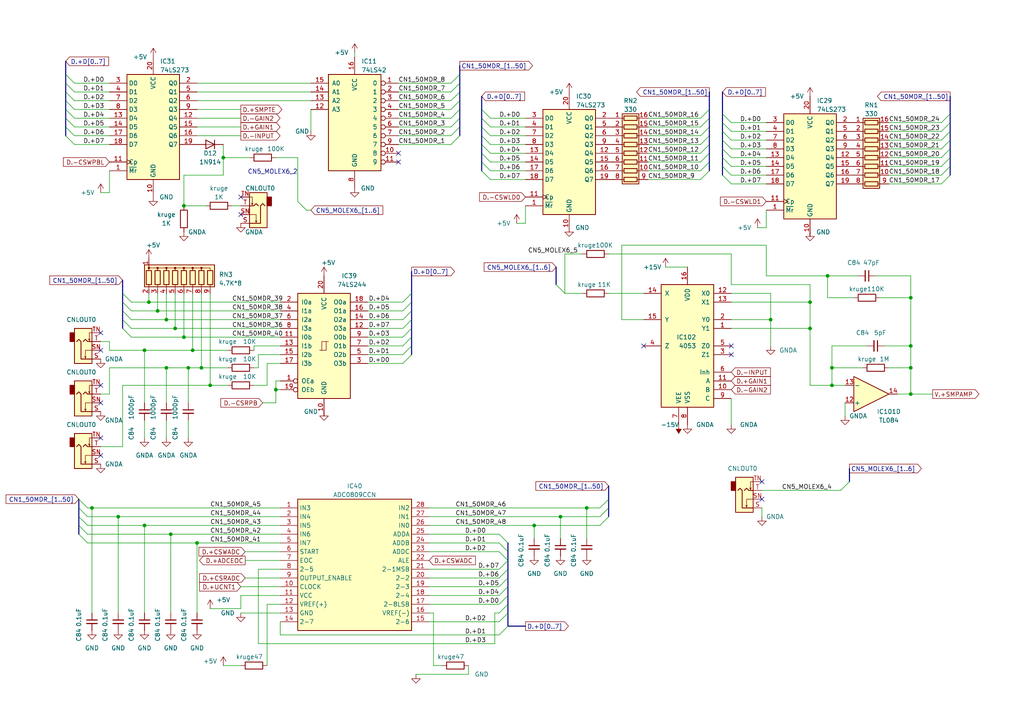
<source format=kicad_sch>
(kicad_sch (version 20230121) (generator eeschema)
  (paper "A4")
  (junction (at 55.88 101.6))
  (junction (at 57.15 157.48))
  (junction (at 223.52 92.71))
  (junction (at 80.01 113.03))
  (junction (at 241.3 111.76))
  (junction (at 41.91 101.6))
  (junction (at 64.77 45.72))
  (junction (at 50.8 95.25))
  (junction (at 26.67 147.32))
  (junction (at 162.56 149.86))
  (junction (at 53.34 59.69))
  (junction (at 48.26 92.71))
  (junction (at 60.96 111.76))
  (junction (at 264.16 86.36))
  (junction (at 170.18 147.32))
  (junction (at 58.42 106.68))
  (junction (at 234.95 87.63))
  (junction (at 43.18 87.63))
  (junction (at 48.26 106.68))
  (junction (at 241.3 106.68))
  (junction (at 264.16 100.33))
  (junction (at 264.16 114.3))
  (junction (at 41.91 152.4))
  (junction (at 264.16 106.68))
  (junction (at 45.72 90.17))
  (junction (at 234.95 95.25))
  (junction (at 53.34 97.79))
  (junction (at 54.61 106.68))
  (junction (at 49.53 154.94))
  (junction (at 240.03 80.01))
  (junction (at 34.29 149.86))
  (junction (at 154.94 152.4))
  (no_connect (at 115.57 44.45))
  (no_connect (at 186.69 100.33))
  (no_connect (at 69.85 57.15))
  (no_connect (at 220.98 144.78))
  (no_connect (at 29.21 101.6))
  (no_connect (at 69.85 62.23))
  (no_connect (at 29.21 96.52))
  (no_connect (at 29.21 132.08))
  (no_connect (at 212.09 100.33))
  (no_connect (at 29.21 111.76))
  (no_connect (at 29.21 116.84))
  (no_connect (at 220.98 139.7))
  (no_connect (at 29.21 127))
  (no_connect (at 115.57 46.99))
  (no_connect (at 212.09 102.87))
  (bus_entry (at 25.4 149.86) (size -2.54 -2.54))
  (bus_entry (at 142.24 46.99) (size -2.54 -2.54))
  (bus_entry (at 130.81 41.91) (size 2.54 -2.54))
  (bus_entry (at 212.09 48.26) (size -2.54 -2.54))
  (bus_entry (at 212.09 45.72) (size -2.54 -2.54))
  (bus_entry (at 273.05 45.72) (size 2.54 -2.54))
  (bus_entry (at 21.59 36.83) (size -2.54 -2.54))
  (bus_entry (at 144.78 177.8) (size 2.54 -2.54))
  (bus_entry (at 203.2 44.45) (size 2.54 -2.54))
  (bus_entry (at 273.05 50.8) (size 2.54 -2.54))
  (bus_entry (at 21.59 24.13) (size -2.54 -2.54))
  (bus_entry (at 130.81 31.75) (size 2.54 -2.54))
  (bus_entry (at 203.2 49.53) (size 2.54 -2.54))
  (bus_entry (at 144.78 175.26) (size 2.54 -2.54))
  (bus_entry (at 144.78 154.94) (size 2.54 2.54))
  (bus_entry (at 144.78 165.1) (size 2.54 -2.54))
  (bus_entry (at 116.84 87.63) (size 2.54 -2.54))
  (bus_entry (at 273.05 38.1) (size 2.54 -2.54))
  (bus_entry (at 212.09 50.8) (size -2.54 -2.54))
  (bus_entry (at 116.84 102.87) (size 2.54 -2.54))
  (bus_entry (at 25.4 157.48) (size -2.54 -2.54))
  (bus_entry (at 130.81 36.83) (size 2.54 -2.54))
  (bus_entry (at 116.84 100.33) (size 2.54 -2.54))
  (bus_entry (at 173.99 147.32) (size 2.54 -2.54))
  (bus_entry (at 203.2 36.83) (size 2.54 -2.54))
  (bus_entry (at 212.09 38.1) (size -2.54 -2.54))
  (bus_entry (at 246.38 139.7) (size -2.54 2.54))
  (bus_entry (at 273.05 40.64) (size 2.54 -2.54))
  (bus_entry (at 273.05 43.18) (size 2.54 -2.54))
  (bus_entry (at 161.29 82.55) (size 2.54 2.54))
  (bus_entry (at 86.36 58.42) (size 2.54 2.54))
  (bus_entry (at 25.4 154.94) (size -2.54 -2.54))
  (bus_entry (at 116.84 105.41) (size 2.54 -2.54))
  (bus_entry (at 21.59 41.91) (size -2.54 -2.54))
  (bus_entry (at 116.84 92.71) (size 2.54 -2.54))
  (bus_entry (at 273.05 35.56) (size 2.54 -2.54))
  (bus_entry (at 142.24 36.83) (size -2.54 -2.54))
  (bus_entry (at 38.1 87.63) (size -2.54 -2.54))
  (bus_entry (at 142.24 52.07) (size -2.54 -2.54))
  (bus_entry (at 25.4 152.4) (size -2.54 -2.54))
  (bus_entry (at 116.84 90.17) (size 2.54 -2.54))
  (bus_entry (at 130.81 29.21) (size 2.54 -2.54))
  (bus_entry (at 142.24 34.29) (size -2.54 -2.54))
  (bus_entry (at 38.1 90.17) (size -2.54 -2.54))
  (bus_entry (at 144.78 184.15) (size 2.54 -2.54))
  (bus_entry (at 38.1 97.79) (size -2.54 -2.54))
  (bus_entry (at 144.78 157.48) (size 2.54 2.54))
  (bus_entry (at 130.81 34.29) (size 2.54 -2.54))
  (bus_entry (at 116.84 97.79) (size 2.54 -2.54))
  (bus_entry (at 38.1 92.71) (size -2.54 -2.54))
  (bus_entry (at 203.2 41.91) (size 2.54 -2.54))
  (bus_entry (at 38.1 95.25) (size -2.54 -2.54))
  (bus_entry (at 144.78 160.02) (size 2.54 2.54))
  (bus_entry (at 212.09 53.34) (size -2.54 -2.54))
  (bus_entry (at 203.2 52.07) (size 2.54 -2.54))
  (bus_entry (at 212.09 40.64) (size -2.54 -2.54))
  (bus_entry (at 144.78 172.72) (size 2.54 -2.54))
  (bus_entry (at 144.78 167.64) (size 2.54 -2.54))
  (bus_entry (at 273.05 48.26) (size 2.54 -2.54))
  (bus_entry (at 203.2 34.29) (size 2.54 -2.54))
  (bus_entry (at 142.24 44.45) (size -2.54 -2.54))
  (bus_entry (at 273.05 53.34) (size 2.54 -2.54))
  (bus_entry (at 142.24 39.37) (size -2.54 -2.54))
  (bus_entry (at 203.2 39.37) (size 2.54 -2.54))
  (bus_entry (at 144.78 180.34) (size 2.54 -2.54))
  (bus_entry (at 21.59 26.67) (size -2.54 -2.54))
  (bus_entry (at 116.84 95.25) (size 2.54 -2.54))
  (bus_entry (at 142.24 41.91) (size -2.54 -2.54))
  (bus_entry (at 21.59 31.75) (size -2.54 -2.54))
  (bus_entry (at 21.59 29.21) (size -2.54 -2.54))
  (bus_entry (at 212.09 35.56) (size -2.54 -2.54))
  (bus_entry (at 130.81 26.67) (size 2.54 -2.54))
  (bus_entry (at 173.99 149.86) (size 2.54 -2.54))
  (bus_entry (at 212.09 43.18) (size -2.54 -2.54))
  (bus_entry (at 144.78 170.18) (size 2.54 -2.54))
  (bus_entry (at 21.59 34.29) (size -2.54 -2.54))
  (bus_entry (at 203.2 46.99) (size 2.54 -2.54))
  (bus_entry (at 25.4 147.32) (size -2.54 -2.54))
  (bus_entry (at 130.81 39.37) (size 2.54 -2.54))
  (bus_entry (at 173.99 152.4) (size 2.54 -2.54))
  (bus_entry (at 21.59 39.37) (size -2.54 -2.54))
  (bus_entry (at 142.24 49.53) (size -2.54 -2.54))
  (bus_entry (at 130.81 24.13) (size 2.54 -2.54))
  (wire (pts (xy 234.95 87.63) (xy 234.95 82.55)))
  (bus (pts (xy 176.53 147.32) (xy 176.53 149.86)))
  (wire (pts (xy 124.46 177.8) (xy 125.73 177.8)))
  (wire (pts (xy 43.18 87.63) (xy 81.28 87.63)))
  (bus (pts (xy 147.32 175.26) (xy 147.32 177.8)))
  (wire (pts (xy 48.26 106.68) (xy 31.75 106.68)))
  (wire (pts (xy 257.81 43.18) (xy 273.05 43.18)))
  (wire (pts (xy 142.24 46.99) (xy 152.4 46.99)))
  (bus (pts (xy 35.56 81.28) (xy 35.56 85.09)))
  (wire (pts (xy 48.26 106.68) (xy 48.26 116.84)))
  (wire (pts (xy 54.61 121.92) (xy 54.61 127)))
  (wire (pts (xy 31.75 106.68) (xy 31.75 114.3)))
  (bus (pts (xy 133.35 24.13) (xy 133.35 26.67)))
  (wire (pts (xy 124.46 157.48) (xy 144.78 157.48)))
  (wire (pts (xy 86.36 45.72) (xy 86.36 58.42)))
  (bus (pts (xy 209.55 40.64) (xy 209.55 43.18)))
  (wire (pts (xy 187.96 49.53) (xy 203.2 49.53)))
  (wire (pts (xy 187.96 44.45) (xy 203.2 44.45)))
  (bus (pts (xy 209.55 45.72) (xy 209.55 48.26)))
  (wire (pts (xy 163.83 85.09) (xy 168.91 85.09)))
  (bus (pts (xy 119.38 92.71) (xy 119.38 95.25)))
  (wire (pts (xy 124.46 180.34) (xy 144.78 180.34)))
  (bus (pts (xy 119.38 97.79) (xy 119.38 100.33)))
  (wire (pts (xy 222.25 60.96) (xy 222.25 66.04)))
  (wire (pts (xy 212.09 95.25) (xy 234.95 95.25)))
  (bus (pts (xy 205.74 39.37) (xy 205.74 41.91)))
  (wire (pts (xy 80.01 110.49) (xy 81.28 110.49)))
  (wire (pts (xy 222.25 71.12) (xy 222.25 80.01)))
  (wire (pts (xy 116.84 92.71) (xy 106.68 92.71)))
  (bus (pts (xy 209.55 35.56) (xy 209.55 38.1)))
  (wire (pts (xy 124.46 154.94) (xy 144.78 154.94)))
  (wire (pts (xy 88.9 60.96) (xy 90.17 60.96)))
  (wire (pts (xy 115.57 24.13) (xy 130.81 24.13)))
  (wire (pts (xy 64.77 45.72) (xy 64.77 50.8)))
  (bus (pts (xy 119.38 100.33) (xy 119.38 102.87)))
  (bus (pts (xy 275.59 40.64) (xy 275.59 43.18)))
  (wire (pts (xy 256.54 100.33) (xy 264.16 100.33)))
  (wire (pts (xy 241.3 100.33) (xy 251.46 100.33)))
  (wire (pts (xy 116.84 100.33) (xy 106.68 100.33)))
  (wire (pts (xy 116.84 105.41) (xy 106.68 105.41)))
  (wire (pts (xy 212.09 35.56) (xy 222.25 35.56)))
  (wire (pts (xy 38.1 97.79) (xy 53.34 97.79)))
  (wire (pts (xy 162.56 149.86) (xy 173.99 149.86)))
  (bus (pts (xy 22.86 147.32) (xy 22.86 149.86)))
  (wire (pts (xy 124.46 152.4) (xy 154.94 152.4)))
  (bus (pts (xy 176.53 144.78) (xy 176.53 147.32)))
  (wire (pts (xy 71.12 162.56) (xy 81.28 162.56)))
  (wire (pts (xy 264.16 106.68) (xy 264.16 114.3)))
  (wire (pts (xy 264.16 86.36) (xy 264.16 100.33)))
  (bus (pts (xy 139.7 27.94) (xy 139.7 31.75)))
  (wire (pts (xy 125.73 193.04) (xy 128.27 193.04)))
  (bus (pts (xy 147.32 172.72) (xy 147.32 175.26)))
  (wire (pts (xy 163.83 73.66) (xy 163.83 85.09)))
  (wire (pts (xy 142.24 44.45) (xy 152.4 44.45)))
  (wire (pts (xy 41.91 101.6) (xy 41.91 116.84)))
  (wire (pts (xy 35.56 111.76) (xy 60.96 111.76)))
  (wire (pts (xy 257.81 106.68) (xy 264.16 106.68)))
  (wire (pts (xy 38.1 87.63) (xy 43.18 87.63)))
  (wire (pts (xy 74.93 106.68) (xy 74.93 102.87)))
  (wire (pts (xy 21.59 29.21) (xy 31.75 29.21)))
  (bus (pts (xy 152.4 181.61) (xy 147.32 181.61)))
  (wire (pts (xy 186.69 92.71) (xy 180.34 92.71)))
  (bus (pts (xy 119.38 78.74) (xy 119.38 85.09)))
  (wire (pts (xy 115.57 36.83) (xy 130.81 36.83)))
  (bus (pts (xy 205.74 46.99) (xy 205.74 49.53)))
  (wire (pts (xy 124.46 149.86) (xy 162.56 149.86)))
  (wire (pts (xy 241.3 106.68) (xy 241.3 111.76)))
  (wire (pts (xy 77.47 175.26) (xy 77.47 193.04)))
  (wire (pts (xy 115.57 26.67) (xy 130.81 26.67)))
  (wire (pts (xy 57.15 29.21) (xy 90.17 29.21)))
  (bus (pts (xy 19.05 24.13) (xy 19.05 26.67)))
  (wire (pts (xy 102.87 16.51) (xy 102.87 15.24)))
  (wire (pts (xy 59.69 59.69) (xy 53.34 59.69)))
  (bus (pts (xy 35.56 92.71) (xy 35.56 95.25)))
  (wire (pts (xy 116.84 95.25) (xy 106.68 95.25)))
  (wire (pts (xy 53.34 50.8) (xy 64.77 50.8)))
  (wire (pts (xy 69.85 36.83) (xy 57.15 36.83)))
  (wire (pts (xy 241.3 111.76) (xy 245.11 111.76)))
  (wire (pts (xy 21.59 24.13) (xy 31.75 24.13)))
  (wire (pts (xy 124.46 175.26) (xy 144.78 175.26)))
  (wire (pts (xy 240.03 80.01) (xy 248.92 80.01)))
  (wire (pts (xy 212.09 92.71) (xy 223.52 92.71)))
  (bus (pts (xy 139.7 31.75) (xy 139.7 34.29)))
  (wire (pts (xy 77.47 111.76) (xy 77.47 105.41)))
  (bus (pts (xy 147.32 177.8) (xy 147.32 181.61)))
  (wire (pts (xy 115.57 41.91) (xy 130.81 41.91)))
  (wire (pts (xy 21.59 36.83) (xy 31.75 36.83)))
  (wire (pts (xy 222.25 66.04) (xy 219.71 66.04)))
  (wire (pts (xy 255.27 86.36) (xy 264.16 86.36)))
  (wire (pts (xy 143.51 186.69) (xy 143.51 177.8)))
  (wire (pts (xy 193.04 77.47) (xy 199.39 77.47)))
  (wire (pts (xy 257.81 45.72) (xy 273.05 45.72)))
  (wire (pts (xy 260.35 114.3) (xy 264.16 114.3)))
  (bus (pts (xy 176.53 140.97) (xy 176.53 144.78)))
  (wire (pts (xy 80.01 116.84) (xy 80.01 113.03)))
  (wire (pts (xy 60.96 111.76) (xy 66.04 111.76)))
  (wire (pts (xy 74.93 102.87) (xy 81.28 102.87)))
  (bus (pts (xy 119.38 95.25) (xy 119.38 97.79)))
  (wire (pts (xy 152.4 64.77) (xy 149.86 64.77)))
  (wire (pts (xy 25.4 152.4) (xy 41.91 152.4)))
  (bus (pts (xy 147.32 162.56) (xy 147.32 165.1)))
  (wire (pts (xy 220.98 142.24) (xy 243.84 142.24)))
  (bus (pts (xy 19.05 34.29) (xy 19.05 36.83)))
  (bus (pts (xy 275.59 35.56) (xy 275.59 38.1)))
  (wire (pts (xy 90.17 38.1) (xy 90.17 31.75)))
  (wire (pts (xy 124.46 167.64) (xy 144.78 167.64)))
  (bus (pts (xy 19.05 17.78) (xy 19.05 21.59)))
  (wire (pts (xy 53.34 50.8) (xy 53.34 59.69)))
  (wire (pts (xy 234.95 82.55) (xy 212.09 82.55)))
  (wire (pts (xy 25.4 154.94) (xy 49.53 154.94)))
  (wire (pts (xy 170.18 147.32) (xy 170.18 156.21)))
  (wire (pts (xy 41.91 101.6) (xy 31.75 101.6)))
  (wire (pts (xy 142.24 34.29) (xy 152.4 34.29)))
  (wire (pts (xy 21.59 26.67) (xy 31.75 26.67)))
  (bus (pts (xy 275.59 43.18) (xy 275.59 45.72)))
  (bus (pts (xy 133.35 26.67) (xy 133.35 29.21)))
  (wire (pts (xy 60.96 85.09) (xy 60.96 111.76)))
  (wire (pts (xy 142.24 36.83) (xy 152.4 36.83)))
  (wire (pts (xy 54.61 106.68) (xy 48.26 106.68)))
  (wire (pts (xy 48.26 92.71) (xy 81.28 92.71)))
  (wire (pts (xy 257.81 40.64) (xy 273.05 40.64)))
  (bus (pts (xy 275.59 45.72) (xy 275.59 48.26)))
  (wire (pts (xy 115.57 29.21) (xy 130.81 29.21)))
  (wire (pts (xy 49.53 177.8) (xy 49.53 154.94)))
  (wire (pts (xy 69.85 170.18) (xy 81.28 170.18)))
  (wire (pts (xy 57.15 24.13) (xy 90.17 24.13)))
  (wire (pts (xy 254 80.01) (xy 264.16 80.01)))
  (wire (pts (xy 212.09 43.18) (xy 222.25 43.18)))
  (wire (pts (xy 45.72 90.17) (xy 81.28 90.17)))
  (wire (pts (xy 76.2 116.84) (xy 80.01 116.84)))
  (wire (pts (xy 73.66 100.33) (xy 73.66 101.6)))
  (wire (pts (xy 81.28 184.15) (xy 144.78 184.15)))
  (bus (pts (xy 133.35 34.29) (xy 133.35 36.83)))
  (bus (pts (xy 22.86 144.78) (xy 22.86 147.32)))
  (bus (pts (xy 275.59 27.94) (xy 275.59 33.02)))
  (wire (pts (xy 66.04 101.6) (xy 55.88 101.6)))
  (wire (pts (xy 48.26 85.09) (xy 48.26 92.71)))
  (bus (pts (xy 133.35 21.59) (xy 133.35 24.13)))
  (wire (pts (xy 220.98 149.86) (xy 220.98 147.32)))
  (wire (pts (xy 234.95 87.63) (xy 234.95 95.25)))
  (bus (pts (xy 19.05 36.83) (xy 19.05 39.37)))
  (bus (pts (xy 119.38 85.09) (xy 119.38 87.63)))
  (wire (pts (xy 69.85 177.8) (xy 81.28 177.8)))
  (wire (pts (xy 49.53 154.94) (xy 81.28 154.94)))
  (bus (pts (xy 22.86 152.4) (xy 22.86 154.94)))
  (bus (pts (xy 246.38 135.89) (xy 246.38 139.7)))
  (wire (pts (xy 67.31 59.69) (xy 69.85 59.69)))
  (wire (pts (xy 31.75 99.06) (xy 29.21 99.06)))
  (wire (pts (xy 26.67 147.32) (xy 26.67 177.8)))
  (wire (pts (xy 58.42 106.68) (xy 54.61 106.68)))
  (wire (pts (xy 257.81 38.1) (xy 273.05 38.1)))
  (wire (pts (xy 212.09 48.26) (xy 222.25 48.26)))
  (wire (pts (xy 69.85 39.37) (xy 57.15 39.37)))
  (wire (pts (xy 55.88 85.09) (xy 55.88 101.6)))
  (bus (pts (xy 209.55 26.67) (xy 209.55 33.02)))
  (wire (pts (xy 124.46 147.32) (xy 170.18 147.32)))
  (wire (pts (xy 223.52 85.09) (xy 223.52 92.71)))
  (wire (pts (xy 74.93 186.69) (xy 143.51 186.69)))
  (wire (pts (xy 135.89 195.58) (xy 135.89 193.04)))
  (wire (pts (xy 116.84 90.17) (xy 106.68 90.17)))
  (bus (pts (xy 275.59 48.26) (xy 275.59 50.8)))
  (bus (pts (xy 19.05 31.75) (xy 19.05 34.29)))
  (wire (pts (xy 41.91 121.92) (xy 41.91 127)))
  (wire (pts (xy 81.28 100.33) (xy 73.66 100.33)))
  (wire (pts (xy 187.96 52.07) (xy 203.2 52.07)))
  (bus (pts (xy 35.56 85.09) (xy 35.56 87.63)))
  (wire (pts (xy 81.28 175.26) (xy 77.47 175.26)))
  (wire (pts (xy 45.72 85.09) (xy 45.72 90.17)))
  (wire (pts (xy 212.09 82.55) (xy 212.09 73.66)))
  (wire (pts (xy 21.59 34.29) (xy 31.75 34.29)))
  (bus (pts (xy 205.74 34.29) (xy 205.74 36.83)))
  (bus (pts (xy 275.59 33.02) (xy 275.59 35.56)))
  (wire (pts (xy 73.66 106.68) (xy 74.93 106.68)))
  (wire (pts (xy 31.75 49.53) (xy 31.75 55.88)))
  (wire (pts (xy 25.4 157.48) (xy 57.15 157.48)))
  (wire (pts (xy 38.1 90.17) (xy 45.72 90.17)))
  (bus (pts (xy 133.35 19.05) (xy 133.35 21.59)))
  (wire (pts (xy 69.85 176.53) (xy 69.85 172.72)))
  (wire (pts (xy 116.84 87.63) (xy 106.68 87.63)))
  (wire (pts (xy 64.77 193.04) (xy 69.85 193.04)))
  (bus (pts (xy 35.56 87.63) (xy 35.56 90.17)))
  (wire (pts (xy 60.96 176.53) (xy 69.85 176.53)))
  (wire (pts (xy 81.28 113.03) (xy 80.01 113.03)))
  (wire (pts (xy 71.12 167.64) (xy 81.28 167.64)))
  (wire (pts (xy 180.34 92.71) (xy 180.34 71.12)))
  (wire (pts (xy 142.24 41.91) (xy 152.4 41.91)))
  (wire (pts (xy 34.29 149.86) (xy 34.29 177.8)))
  (bus (pts (xy 133.35 36.83) (xy 133.35 39.37)))
  (wire (pts (xy 245.11 120.65) (xy 245.11 116.84)))
  (wire (pts (xy 57.15 26.67) (xy 90.17 26.67)))
  (wire (pts (xy 264.16 80.01) (xy 264.16 86.36)))
  (wire (pts (xy 21.59 41.91) (xy 31.75 41.91)))
  (wire (pts (xy 154.94 152.4) (xy 173.99 152.4)))
  (wire (pts (xy 142.24 49.53) (xy 152.4 49.53)))
  (wire (pts (xy 115.57 34.29) (xy 130.81 34.29)))
  (wire (pts (xy 64.77 45.72) (xy 72.39 45.72)))
  (wire (pts (xy 43.18 85.09) (xy 43.18 87.63)))
  (wire (pts (xy 143.51 177.8) (xy 144.78 177.8)))
  (wire (pts (xy 212.09 85.09) (xy 223.52 85.09)))
  (wire (pts (xy 74.93 165.1) (xy 74.93 186.69)))
  (bus (pts (xy 139.7 46.99) (xy 139.7 49.53)))
  (wire (pts (xy 81.28 180.34) (xy 81.28 184.15)))
  (wire (pts (xy 187.96 41.91) (xy 203.2 41.91)))
  (wire (pts (xy 212.09 115.57) (xy 212.09 123.19)))
  (bus (pts (xy 139.7 44.45) (xy 139.7 46.99)))
  (wire (pts (xy 124.46 170.18) (xy 144.78 170.18)))
  (bus (pts (xy 139.7 34.29) (xy 139.7 36.83)))
  (bus (pts (xy 147.32 165.1) (xy 147.32 167.64)))
  (wire (pts (xy 53.34 85.09) (xy 53.34 97.79)))
  (wire (pts (xy 116.84 102.87) (xy 106.68 102.87)))
  (wire (pts (xy 80.01 45.72) (xy 86.36 45.72)))
  (wire (pts (xy 222.25 80.01) (xy 240.03 80.01)))
  (wire (pts (xy 212.09 38.1) (xy 222.25 38.1)))
  (wire (pts (xy 34.29 149.86) (xy 81.28 149.86)))
  (bus (pts (xy 133.35 29.21) (xy 133.35 31.75)))
  (wire (pts (xy 26.67 147.32) (xy 81.28 147.32)))
  (wire (pts (xy 64.77 41.91) (xy 64.77 45.72)))
  (wire (pts (xy 55.88 101.6) (xy 41.91 101.6)))
  (bus (pts (xy 205.74 26.67) (xy 205.74 31.75)))
  (wire (pts (xy 38.1 95.25) (xy 50.8 95.25)))
  (bus (pts (xy 147.32 170.18) (xy 147.32 172.72)))
  (wire (pts (xy 25.4 147.32) (xy 26.67 147.32)))
  (wire (pts (xy 223.52 92.71) (xy 223.52 100.33)))
  (wire (pts (xy 25.4 149.86) (xy 34.29 149.86)))
  (wire (pts (xy 54.61 106.68) (xy 54.61 116.84)))
  (wire (pts (xy 241.3 106.68) (xy 241.3 100.33)))
  (wire (pts (xy 180.34 71.12) (xy 222.25 71.12)))
  (wire (pts (xy 152.4 59.69) (xy 152.4 64.77)))
  (wire (pts (xy 187.96 34.29) (xy 203.2 34.29)))
  (wire (pts (xy 58.42 85.09) (xy 58.42 106.68)))
  (wire (pts (xy 77.47 105.41) (xy 81.28 105.41)))
  (wire (pts (xy 80.01 113.03) (xy 80.01 110.49)))
  (wire (pts (xy 57.15 157.48) (xy 81.28 157.48)))
  (bus (pts (xy 147.32 157.48) (xy 147.32 160.02)))
  (wire (pts (xy 168.91 73.66) (xy 163.83 73.66)))
  (wire (pts (xy 29.21 129.54) (xy 35.56 129.54)))
  (bus (pts (xy 35.56 90.17) (xy 35.56 92.71)))
  (bus (pts (xy 119.38 87.63) (xy 119.38 90.17)))
  (wire (pts (xy 162.56 149.86) (xy 162.56 156.21)))
  (bus (pts (xy 209.55 43.18) (xy 209.55 45.72)))
  (wire (pts (xy 57.15 157.48) (xy 57.15 177.8)))
  (wire (pts (xy 247.65 86.36) (xy 240.03 86.36)))
  (bus (pts (xy 147.32 167.64) (xy 147.32 170.18)))
  (wire (pts (xy 73.66 111.76) (xy 77.47 111.76)))
  (wire (pts (xy 115.57 31.75) (xy 130.81 31.75)))
  (bus (pts (xy 209.55 33.02) (xy 209.55 35.56)))
  (wire (pts (xy 124.46 160.02) (xy 144.78 160.02)))
  (bus (pts (xy 19.05 21.59) (xy 19.05 24.13)))
  (wire (pts (xy 31.75 101.6) (xy 31.75 99.06)))
  (wire (pts (xy 187.96 36.83) (xy 203.2 36.83)))
  (bus (pts (xy 161.29 77.47) (xy 161.29 82.55)))
  (wire (pts (xy 264.16 100.33) (xy 264.16 106.68)))
  (wire (pts (xy 240.03 86.36) (xy 240.03 80.01)))
  (wire (pts (xy 21.59 31.75) (xy 31.75 31.75)))
  (wire (pts (xy 69.85 31.75) (xy 57.15 31.75)))
  (wire (pts (xy 124.46 172.72) (xy 144.78 172.72)))
  (wire (pts (xy 50.8 85.09) (xy 50.8 95.25)))
  (bus (pts (xy 205.74 31.75) (xy 205.74 34.29)))
  (wire (pts (xy 212.09 40.64) (xy 222.25 40.64)))
  (bus (pts (xy 139.7 36.83) (xy 139.7 39.37)))
  (bus (pts (xy 205.74 36.83) (xy 205.74 39.37)))
  (wire (pts (xy 31.75 114.3) (xy 29.21 114.3)))
  (bus (pts (xy 22.86 149.86) (xy 22.86 152.4)))
  (wire (pts (xy 35.56 129.54) (xy 35.56 111.76)))
  (wire (pts (xy 154.94 152.4) (xy 154.94 156.21)))
  (wire (pts (xy 142.24 52.07) (xy 152.4 52.07)))
  (wire (pts (xy 31.75 55.88) (xy 29.21 55.88)))
  (bus (pts (xy 139.7 39.37) (xy 139.7 41.91)))
  (wire (pts (xy 41.91 152.4) (xy 81.28 152.4)))
  (bus (pts (xy 119.38 90.17) (xy 119.38 92.71)))
  (wire (pts (xy 71.12 160.02) (xy 81.28 160.02)))
  (wire (pts (xy 257.81 53.34) (xy 273.05 53.34)))
  (wire (pts (xy 187.96 39.37) (xy 203.2 39.37)))
  (wire (pts (xy 257.81 35.56) (xy 273.05 35.56)))
  (wire (pts (xy 38.1 92.71) (xy 48.26 92.71)))
  (wire (pts (xy 250.19 106.68) (xy 241.3 106.68)))
  (wire (pts (xy 48.26 121.92) (xy 48.26 127)))
  (wire (pts (xy 116.84 97.79) (xy 106.68 97.79)))
  (wire (pts (xy 170.18 147.32) (xy 173.99 147.32)))
  (wire (pts (xy 66.04 106.68) (xy 58.42 106.68)))
  (wire (pts (xy 212.09 45.72) (xy 222.25 45.72)))
  (wire (pts (xy 124.46 165.1) (xy 144.78 165.1)))
  (wire (pts (xy 212.09 53.34) (xy 222.25 53.34)))
  (bus (pts (xy 19.05 26.67) (xy 19.05 29.21)))
  (wire (pts (xy 264.16 114.3) (xy 270.51 114.3)))
  (wire (pts (xy 53.34 97.79) (xy 81.28 97.79)))
  (bus (pts (xy 205.74 44.45) (xy 205.74 46.99)))
  (wire (pts (xy 234.95 95.25) (xy 234.95 111.76)))
  (wire (pts (xy 212.09 87.63) (xy 234.95 87.63)))
  (wire (pts (xy 212.09 50.8) (xy 222.25 50.8)))
  (wire (pts (xy 257.81 48.26) (xy 273.05 48.26)))
  (wire (pts (xy 234.95 111.76) (xy 241.3 111.76)))
  (bus (pts (xy 275.59 38.1) (xy 275.59 40.64)))
  (bus (pts (xy 147.32 160.02) (xy 147.32 162.56)))
  (wire (pts (xy 187.96 46.99) (xy 203.2 46.99)))
  (bus (pts (xy 209.55 38.1) (xy 209.55 40.64)))
  (wire (pts (xy 69.85 34.29) (xy 57.15 34.29)))
  (bus (pts (xy 133.35 31.75) (xy 133.35 34.29)))
  (wire (pts (xy 74.93 165.1) (xy 81.28 165.1)))
  (wire (pts (xy 115.57 39.37) (xy 130.81 39.37)))
  (wire (pts (xy 21.59 39.37) (xy 31.75 39.37)))
  (wire (pts (xy 142.24 39.37) (xy 152.4 39.37)))
  (wire (pts (xy 135.89 195.58) (xy 120.65 195.58)))
  (bus (pts (xy 205.74 41.91) (xy 205.74 44.45)))
  (bus (pts (xy 19.05 29.21) (xy 19.05 31.75)))
  (bus (pts (xy 139.7 41.91) (xy 139.7 44.45)))
  (wire (pts (xy 176.53 85.09) (xy 186.69 85.09)))
  (wire (pts (xy 125.73 177.8) (xy 125.73 193.04)))
  (wire (pts (xy 257.81 50.8) (xy 273.05 50.8)))
  (wire (pts (xy 41.91 152.4) (xy 41.91 177.8)))
  (wire (pts (xy 69.85 172.72) (xy 81.28 172.72)))
  (wire (pts (xy 176.53 73.66) (xy 212.09 73.66)))
  (bus (pts (xy 209.55 48.26) (xy 209.55 50.8)))
  (wire (pts (xy 50.8 95.25) (xy 81.28 95.25)))
  (label "D.+D2" (at 144.78 39.37 0))
  (label "D.+D3" (at 214.63 43.18 0))
  (label "D.+D6" (at 144.78 49.53 0))
  (label "CN1_50MDR_16" (at 187.96 34.29 0))
  (label "CN1_50MDR_20" (at 257.81 45.72 0))
  (label "D.+D4" (at 144.78 44.45 0))
  (label "CN1_50MDR_3" (at 115.57 36.83 0))
  (label "D.+D6" (at 214.63 50.8 0))
  (label "CN1_50MDR_5" (at 115.57 31.75 0))
  (label "CN1_50MDR_11" (at 187.96 46.99 0))
  (label "D.+D0" (at 144.78 34.29 0))
  (label "CN1_50MDR_4" (at 115.57 34.29 0))
  (label "CN1_50MDR_6" (at 115.57 29.21 0))
  (label "CN1_50MDR_18" (at 257.81 50.8 0))
  (label "D.+D2" (at 113.03 100.33 180))
  (label "D.+D7" (at 214.63 53.34 0))
  (label "D.+D4" (at 144.78 172.72 180))
  (label "D.+D1" (at 140.97 184.15 180))
  (label "D.+D7" (at 24.13 41.91 0))
  (label "CN1_50MDR_2" (at 115.57 39.37 0))
  (label "D.+D0" (at 24.13 24.13 0))
  (label "CN1_50MDR_47" (at 132.08 149.86 0))
  (label "D.+D5" (at 214.63 48.26 0))
  (label "CN1_50MDR_17" (at 257.81 53.34 0))
  (label "CN1_50MDR_14" (at 187.96 39.37 0))
  (label "D.+D3" (at 113.03 97.79 180))
  (label "D.+D5" (at 144.78 46.99 0))
  (label "CN1_50MDR_41" (at 60.96 157.48 0))
  (label "D.+D5" (at 113.03 90.17 180))
  (label "D.+D6" (at 24.13 39.37 0))
  (label "D.+D4" (at 24.13 34.29 0))
  (label "D.+D5" (at 144.78 170.18 180))
  (label "D.+D1" (at 140.97 157.48 180))
  (label "D.+D0" (at 214.63 35.56 0))
  (label "CN5_MOLEX6_4" (at 241.3 142.24 180))
  (label "CN1_50MDR_43" (at 60.96 152.4 0))
  (label "D.+D1" (at 24.13 26.67 0))
  (label "CN1_50MDR_37" (at 67.31 92.71 0))
  (label "CN1_50MDR_45" (at 60.96 147.32 0))
  (label "CN1_50MDR_40" (at 67.31 97.79 0))
  (label "D.+D7" (at 144.78 52.07 0))
  (label "CN1_50MDR_1" (at 115.57 41.91 0))
  (label "CN1_50MDR_39" (at 67.31 87.63 0))
  (label "CN1_50MDR_23" (at 257.81 38.1 0))
  (label "D.+D0" (at 113.03 105.41 180))
  (label "D.+D2" (at 140.97 180.34 180))
  (label "D.+D4" (at 214.63 45.72 0))
  (label "D.+D1" (at 144.78 36.83 0))
  (label "CN1_50MDR_44" (at 60.96 149.86 0))
  (label "CN1_50MDR_38" (at 67.31 90.17 0))
  (label "CN1_50MDR_46" (at 132.08 147.32 0))
  (label "D.+D6" (at 144.78 167.64 180))
  (label "D.+D6" (at 113.03 92.71 180))
  (label "D.+D7" (at 144.78 165.1 180))
  (label "CN1_50MDR_7" (at 115.57 26.67 0))
  (label "D.+D2" (at 214.63 40.64 0))
  (label "CN1_50MDR_10" (at 187.96 49.53 0))
  (label "CN1_50MDR_42" (at 60.96 154.94 0))
  (label "CN1_50MDR_36" (at 67.31 95.25 0))
  (label "CN1_50MDR_21" (at 257.81 43.18 0))
  (label "CN5_MOLEX6_5" (at 167.64 73.66 180))
  (label "D.+D4" (at 113.03 87.63 180))
  (label "CN1_50MDR_24" (at 257.81 35.56 0))
  (label "D.+D2" (at 140.97 160.02 180))
  (label "CN1_50MDR_48" (at 132.08 152.4 0))
  (label "D.+D7" (at 113.03 95.25 180))
  (label "CN1_50MDR_22" (at 257.81 40.64 0))
  (label "CN1_50MDR_9" (at 187.96 52.07 0))
  (label "D.+D3" (at 140.97 186.69 180))
  (label "CN1_50MDR_8" (at 115.57 24.13 0))
  (label "CN1_50MDR_12" (at 187.96 44.45 0))
  (label "CN1_50MDR_15" (at 187.96 36.83 0))
  (label "CN1_50MDR_19" (at 257.81 48.26 0))
  (label "D.+D0" (at 144.78 175.26 180))
  (label "D.+D2" (at 24.13 29.21 0))
  (label "CN5_MOLEX6_2" (at 86.36 50.8 180))
  (label "CN1_50MDR_13" (at 187.96 41.91 0))
  (label "D.+D1" (at 214.63 38.1 0))
  (label "D.+D5" (at 24.13 36.83 0))
  (label "D.+D3" (at 24.13 31.75 0))
  (label "D.+D1" (at 113.03 102.87 180))
  (label "D.+D0" (at 140.97 154.94 180))
  (label "D.+D3" (at 144.78 41.91 0))
  (global_label "CN5_MOLEX6_[1..6]" (shape output) (at 246.38 135.89 0) (property "Intersheetrefs" "${INTERSHEET_REFS}" (effects hide)))
  (global_label "D.+CSRADC" (shape input) (at 71.12 167.64 180) (property "Intersheetrefs" "${INTERSHEET_REFS}" (effects hide)))
  (global_label "CN1_50MDR_[1..50]" (shape input) (at 176.53 140.97 180) (property "Intersheetrefs" "${INTERSHEET_REFS}" (effects hide)))
  (global_label "D.+ADCEOC" (shape output) (at 71.12 162.56 180) (property "Intersheetrefs" "${INTERSHEET_REFS}" (effects hide)))
  (global_label "D.+CSWADC" (shape input) (at 124.46 162.56 0) (property "Intersheetrefs" "${INTERSHEET_REFS}" (effects hide)))
  (global_label "CN1_50MDR_[1..50]" (shape input) (at 35.56 81.28 180) (property "Intersheetrefs" "${INTERSHEET_REFS}" (effects hide)))
  (global_label "D.+UCNT1" (shape input) (at 69.85 170.18 180) (property "Intersheetrefs" "${INTERSHEET_REFS}" (effects hide)))
  (global_label "D.+D[0..7]" (shape input) (at 139.7 27.94 0) (property "Intersheetrefs" "${INTERSHEET_REFS}" (effects hide)))
  (global_label "D.-GAIN2" (shape output) (at 69.85 34.29 0) (property "Intersheetrefs" "${INTERSHEET_REFS}" (effects hide)))
  (global_label "D.+D[0..7]" (shape input) (at 209.55 26.67 0) (property "Intersheetrefs" "${INTERSHEET_REFS}" (effects hide)))
  (global_label "CN1_50MDR_[1..50]" (shape input) (at 22.86 144.78 180) (property "Intersheetrefs" "${INTERSHEET_REFS}" (effects hide)))
  (global_label "V.+SMPAMP" (shape output) (at 270.51 114.3 0) (property "Intersheetrefs" "${INTERSHEET_REFS}" (effects hide)))
  (global_label "CN1_50MDR_[1..50]" (shape output) (at 133.35 19.05 0) (property "Intersheetrefs" "${INTERSHEET_REFS}" (effects hide)))
  (global_label "D.-CSWLD0" (shape input) (at 152.4 57.15 180) (property "Intersheetrefs" "${INTERSHEET_REFS}" (effects hide)))
  (global_label "D.+D[0..7]" (shape output) (at 119.38 78.74 0) (property "Intersheetrefs" "${INTERSHEET_REFS}" (effects hide)))
  (global_label "CN1_50MDR_[1..50]" (shape output) (at 275.59 27.94 180) (property "Intersheetrefs" "${INTERSHEET_REFS}" (effects hide)))
  (global_label "CN5_MOLEX6_[1..6]" (shape input) (at 161.29 77.47 180) (property "Intersheetrefs" "${INTERSHEET_REFS}" (effects hide)))
  (global_label "D.-INPUT" (shape output) (at 69.85 39.37 0) (property "Intersheetrefs" "${INTERSHEET_REFS}" (effects hide)))
  (global_label "D.+CSWADC" (shape input) (at 71.12 160.02 180) (property "Intersheetrefs" "${INTERSHEET_REFS}" (effects hide)))
  (global_label "D.-GAIN2" (shape input) (at 212.09 113.03 0) (property "Intersheetrefs" "${INTERSHEET_REFS}" (effects hide)))
  (global_label "D.+SMPTE" (shape output) (at 69.85 31.75 0) (property "Intersheetrefs" "${INTERSHEET_REFS}" (effects hide)))
  (global_label "D.+D[0..7]" (shape output) (at 152.4 181.61 0) (property "Intersheetrefs" "${INTERSHEET_REFS}" (effects hide)))
  (global_label "D.+D[0..7]" (shape input) (at 19.05 17.78 0) (property "Intersheetrefs" "${INTERSHEET_REFS}" (effects hide)))
  (global_label "D.+GAIN1" (shape input) (at 212.09 110.49 0) (property "Intersheetrefs" "${INTERSHEET_REFS}" (effects hide)))
  (global_label "D.-CSRPB" (shape input) (at 76.2 116.84 180) (property "Intersheetrefs" "${INTERSHEET_REFS}" (effects hide)))
  (global_label "CN1_50MDR_[1..50]" (shape output) (at 205.74 26.67 180) (property "Intersheetrefs" "${INTERSHEET_REFS}" (effects hide)))
  (global_label "D.-CSWLD1" (shape input) (at 222.25 58.42 180) (property "Intersheetrefs" "${INTERSHEET_REFS}" (effects hide)))
  (global_label "D.-CSWPBL" (shape input) (at 31.75 46.99 180) (property "Intersheetrefs" "${INTERSHEET_REFS}" (effects hide)))
  (global_label "D.-INPUT" (shape input) (at 212.09 107.95 0) (property "Intersheetrefs" "${INTERSHEET_REFS}" (effects hide)))
  (global_label "D.+GAIN1" (shape output) (at 69.85 36.83 0) (property "Intersheetrefs" "${INTERSHEET_REFS}" (effects hide)))
  (global_label "CN5_MOLEX6_[1..6]" (shape input) (at 90.17 60.96 0) (property "Intersheetrefs" "${INTERSHEET_REFS}" (effects hide)))
  (symbol (lib_id "Device:C_Small") (at 41.91 180.34 0) (unit 1)
    (property "Reference" "C84" (at 38.1 184.15 90))
    (property "Value" "0.1uF" (at 38.1 179.07 90))
    (instances (project "emu_sp12" (path "" (reference "C84") (unit 1)) (path "" (reference "C83") (unit 1)) (path "" (reference "C131") (unit 1)) (path "" (reference "C6") (unit 1))))
  )
  (symbol (lib_id "Device:C_Small") (at 26.67 180.34 0) (unit 1)
    (property "Reference" "C84" (at 22.86 184.15 90))
    (property "Value" "0.1uF" (at 22.86 179.07 90))
    (instances (project "emu_sp12" (path "" (reference "C84") (unit 1)) (path "" (reference "C83") (unit 1)) (path "" (reference "C131") (unit 1)) (path "" (reference "C4") (unit 1))))
  )
  (symbol (lib_id "Device:R") (at 172.72 85.09 270) (unit 1)
    (property "Reference" "kruge" (at 170.18 82.55 90))
    (property "Value" "11K" (at 175.26 82.55 90))
    (property "Footprint" "Resistor_THT:R_Axial_DIN0204_L3.6mm_D1.6mm_P5.08mm_Horizontal" (effects hide))
    (instances (project "emu_sp12" (path "" (reference "kruge") (unit 1)) (path "" (reference "R81") (unit 1)) (path "" (reference "R113") (unit 1)) (path "" (reference "R67") (unit 1))))
  )
  (symbol (lib_id "Connector_Audio:NMJ4HFD3") (at 24.13 99.06 0) (mirror x) (unit 1)
    (property "Reference" "CNLOUT0" (at 27.94 92.71 0) (effects (justify right)))
    (property "Value" "NMJ4HFD3" (effects hide))
    (property "Footprint" "Connector_Audio:Jack_XLR_Neutrik_NC3MAMH-PH_Horizontal" (effects hide))
    (property "Datasheet" "https://www.neutrik.com/en/product/nmj4hfd3" (effects hide))
    (instances (project "emu_sp12" (path "" (reference "CNLOUT0") (unit 1)) (path "" (reference "FOOT_INPUT3") (unit 1))))
  )
  (symbol (lib_id "power:GNDA") (at 220.98 149.86 0) (mirror y) (unit 1)
    (property "Reference" "#PWR0247" (effects hide))
    (property "Value" "GNDA" (at 224.79 149.86 0))
    (instances (project "emu_sp12" (path "" (reference "#PWR0247") (unit 1)) (path "" (reference "#PWR0286") (unit 1)) (path "" (reference "#PWR0365") (unit 1))))
  )
  (symbol (lib_id "Device:R") (at 254 106.68 270) (unit 1)
    (property "Reference" "kruge" (at 251.46 104.14 90))
    (property "Value" "1M" (at 256.54 104.14 90))
    (property "Footprint" "Resistor_THT:R_Axial_DIN0204_L3.6mm_D1.6mm_P5.08mm_Horizontal" (effects hide))
    (instances (project "emu_sp12" (path "" (reference "kruge") (unit 1)) (path "" (reference "R81") (unit 1)) (path "" (reference "R113") (unit 1)) (path "" (reference "R84") (unit 1))))
  )
  (symbol (lib_id "Device:C_Small") (at 34.29 180.34 0) (unit 1)
    (property "Reference" "C84" (at 30.48 184.15 90))
    (property "Value" "0.1uF" (at 30.48 179.07 90))
    (instances (project "emu_sp12" (path "" (reference "C84") (unit 1)) (path "" (reference "C83") (unit 1)) (path "" (reference "C131") (unit 1)) (path "" (reference "C5") (unit 1))))
  )
  (symbol (lib_id "power:GNDA") (at 29.21 119.38 0) (unit 1)
    (property "Reference" "#PWR0247" (effects hide))
    (property "Value" "GNDA" (at 33.02 121.92 0))
    (instances (project "emu_sp12" (path "" (reference "#PWR0247") (unit 1)) (path "" (reference "#PWR0286") (unit 1)) (path "" (reference "#PWR0340") (unit 1))))
  )
  (symbol (lib_id "Device:C_Small") (at 57.15 180.34 0) (unit 1)
    (property "Reference" "C84" (at 53.34 184.15 90))
    (property "Value" "0.1uF" (at 53.34 179.07 90))
    (instances (project "emu_sp12" (path "" (reference "C84") (unit 1)) (path "" (reference "C83") (unit 1)) (path "" (reference "C131") (unit 1)) (path "" (reference "C8") (unit 1))))
  )
  (symbol (lib_id "Device:R_Pack08") (at 252.73 45.72 270) (unit 1)
    (property "Reference" "RN1" (at 252.73 30.48 90))
    (property "Value" "330" (at 252.73 33.02 90))
  )
  (symbol (lib_id "Connector_Audio:NMJ4HFD3") (at 74.93 59.69 180) (unit 1)
    (property "Reference" "CNLOUT0" (at 71.12 54.61 0) (effects (justify right)))
    (property "Value" "NMJ4HFD3" (effects hide))
    (property "Footprint" "Connector_Audio:Jack_XLR_Neutrik_NC3MAMH-PH_Horizontal" (effects hide))
    (property "Datasheet" "https://www.neutrik.com/en/product/nmj4hfd3" (effects hide))
    (instances (project "emu_sp12" (path "" (reference "CNLOUT0") (unit 1)) (path "" (reference "METR_OUT") (unit 1))))
  )
  (symbol (lib_id "Device:R") (at 53.34 63.5 180) (unit 1)
    (property "Reference" "kruge" (at 48.26 62.23 0))
    (property "Value" "1K" (at 48.26 64.77 0))
    (property "Footprint" "Resistor_THT:R_Axial_DIN0204_L3.6mm_D1.6mm_P5.08mm_Horizontal" (effects hide))
    (instances (project "emu_sp12" (path "" (reference "kruge") (unit 1)) (path "" (reference "R81") (unit 1)) (path "" (reference "R113") (unit 1)) (path "" (reference "kruge") (unit 1))))
  )
  (symbol (lib_id "74xx:74LS42") (at 102.87 34.29 0) (unit 1)
    (property "Reference" "IC11" (at 104.8259 17.78 0) (effects (justify left)))
    (property "Value" "74LS42" (at 104.8259 20.32 0) (effects (justify left)))
    (property "Footprint" "Package_DIP:DIP-16_W7.62mm_LongPads" (effects hide))
    (property "Datasheet" "http://www.ti.com/lit/gpn/sn74LS42" (effects hide))
  )
  (symbol (lib_id "Device:C_Small") (at 54.61 119.38 0) (unit 1)
    (property "Reference" "C84" (at 50.8 125.73 90))
    (property "Value" "1000pF" (at 50.8 118.11 90))
    (instances (project "emu_sp12" (path "" (reference "C84") (unit 1)) (path "" (reference "C83") (unit 1)) (path "" (reference "C131") (unit 1)) (path "" (reference "kluge") (unit 1))))
  )
  (symbol (lib_id "power:+5V") (at 43.18 74.93 0) (mirror y) (unit 1)
    (property "Reference" "#PWR0207" (effects hide))
    (property "Value" "+5V" (at 44.45 71.12 0))
    (instances (project "emu_sp12" (path "" (reference "#PWR0207") (unit 1)) (path "" (reference "#PWR0338") (unit 1))))
  )
  (symbol (lib_id "power:GND") (at 90.17 38.1 0) (unit 1)
    (property "Reference" "#PWR0219" (effects hide))
    (property "Value" "GND" (at 87.63 38.1 0))
    (instances (project "emu_sp12" (path "" (reference "#PWR0219") (unit 1)) (path "" (reference "#PWR0334") (unit 1))))
  )
  (symbol (lib_id "74xx:74LS244") (at 93.98 100.33 0) (unit 1)
    (property "Reference" "IC39" (at 99.06 80.01 0) (effects (justify left)))
    (property "Value" "74LS244" (at 97.79 82.55 0) (effects (justify left)))
    (property "Footprint" "Package_DIP:DIP-20_W7.62mm_LongPads" (effects hide))
    (property "Datasheet" "http://www.ti.com/lit/ds/symlink/sn74ls244.pdf" (effects hide))
  )
  (symbol (lib_id "Connector_Audio:NMJ4HFD3") (at 215.9 142.24 0) (mirror x) (unit 1)
    (property "Reference" "CNLOUT0" (at 219.71 135.89 0) (effects (justify right)))
    (property "Value" "NMJ4HFD3" (effects hide))
    (property "Footprint" "Connector_Audio:Jack_XLR_Neutrik_NC3MAMH-PH_Horizontal" (effects hide))
    (property "Datasheet" "https://www.neutrik.com/en/product/nmj4hfd3" (effects hide))
    (instances (project "emu_sp12" (path "" (reference "CNLOUT0") (unit 1)) (path "" (reference "CNLOUT8") (unit 1))))
  )
  (symbol (lib_id "74xx:74LS273") (at 44.45 36.83 0) (unit 1)
    (property "Reference" "IC31" (at 46.4059 17.78 0) (effects (justify left)))
    (property "Value" "74LS273" (at 46.4059 20.32 0) (effects (justify left)))
    (property "Footprint" "Package_DIP:DIP-20_W7.62mm_LongPads" (effects hide))
    (property "Datasheet" "http://www.ti.com/lit/gpn/sn74LS273" (effects hide))
  )
  (symbol (lib_id "power:GND") (at 57.15 182.88 0) (mirror y) (unit 1)
    (property "Reference" "#PWR0219" (effects hide))
    (property "Value" "GND" (at 57.15 187.96 0))
    (instances (project "emu_sp12" (path "" (reference "#PWR0219") (unit 1)) (path "" (reference "#PWR0352") (unit 1))))
  )
  (symbol (lib_id "power:GND") (at 154.94 161.29 0) (mirror y) (unit 1)
    (property "Reference" "#PWR0219" (effects hide))
    (property "Value" "GND" (at 154.94 166.37 0))
    (instances (project "emu_sp12" (path "" (reference "#PWR0219") (unit 1)) (path "" (reference "#PWR0326") (unit 1))))
  )
  (symbol (lib_id "SamacSys_Parts:ADC0809CCN") (at 81.28 147.32 0) (unit 1)
    (property "Reference" "IC40" (at 102.87 140.97 0))
    (property "Value" "ADC0809CCN" (at 102.87 143.51 0))
    (property "Footprint" "DIP1524W53P254L3632H508Q28N" (effects hide))
    (property "Datasheet" "https://www.digikey.com/product-detail/en/texas-instruments/ADC0809CCN/ADC0809CCN-ND/3701252" (effects hide))
    (property "Height" "5.08" (effects hide))
    (property "Manufacturer_Name" "Texas Instruments" (effects hide))
    (property "Manufacturer_Part_Number" "ADC0809CCN" (effects hide))
    (property "Mouser Part Number" "926-ADC0809CCN" (effects hide))
    (property "Mouser Price/Stock" "https://www.mouser.co.uk/ProductDetail/Texas-Instruments/ADC0809CCN?qs=7X5t%252BdzoRHD%252B%252BaacIe3g0g%3D%3D" (effects hide))
    (property "Arrow Part Number" "ADC0809CCN" (effects hide))
    (property "Arrow Price/Stock" "https://www.arrow.com/en/products/adc0809ccn/texas-instruments" (effects hide))
  )
  (symbol (lib_id "power:GND") (at 34.29 182.88 0) (mirror y) (unit 1)
    (property "Reference" "#PWR0219" (effects hide))
    (property "Value" "GND" (at 34.29 187.96 0))
    (instances (project "emu_sp12" (path "" (reference "#PWR0219") (unit 1)) (path "" (reference "#PWR0349") (unit 1))))
  )
  (symbol (lib_id "power:+5V") (at 29.21 55.88 0) (unit 1)
    (property "Reference" "#PWR0207" (effects hide))
    (property "Value" "+5V" (at 25.4 55.88 0))
    (instances (project "emu_sp12" (path "" (reference "#PWR0207") (unit 1)) (path "" (reference "#PWR0330") (unit 1))))
  )
  (symbol (lib_id "power:GND") (at 120.65 195.58 0) (unit 1)
    (property "Reference" "#PWR0219" (effects hide))
    (property "Value" "GND" (at 139.7 195.58 0))
    (instances (project "emu_sp12" (path "" (reference "#PWR0219") (unit 1)) (path "" (reference "#PWR0324") (unit 1))))
  )
  (symbol (lib_id "power:GND") (at 26.67 182.88 0) (mirror y) (unit 1)
    (property "Reference" "#PWR0219" (effects hide))
    (property "Value" "GND" (at 26.67 187.96 0))
    (instances (project "emu_sp12" (path "" (reference "#PWR0219") (unit 1)) (path "" (reference "#PWR0348") (unit 1))))
  )
  (symbol (lib_id "power:GNDA") (at 69.85 64.77 0) (unit 1)
    (property "Reference" "#PWR0247" (effects hide))
    (property "Value" "GNDA" (at 73.66 67.31 0))
    (instances (project "emu_sp12" (path "" (reference "#PWR0247") (unit 1)) (path "" (reference "#PWR0286") (unit 1)) (path "" (reference "#PWR0331") (unit 1))))
  )
  (symbol (lib_id "power:+5V") (at 64.77 193.04 0) (mirror y) (unit 1)
    (property "Reference" "#PWR0207" (effects hide))
    (property "Value" "+5V" (at 60.96 191.77 0))
    (instances (project "emu_sp12" (path "" (reference "#PWR0207") (unit 1)) (path "" (reference "#PWR0325") (unit 1))))
  )
  (symbol (lib_id "Device:R") (at 76.2 45.72 270) (unit 1)
    (property "Reference" "kruge" (at 73.66 43.18 90))
    (property "Value" "100K" (at 80.01 43.18 90))
    (property "Footprint" "Resistor_THT:R_Axial_DIN0204_L3.6mm_D1.6mm_P5.08mm_Horizontal" (effects hide))
    (instances (project "emu_sp12" (path "" (reference "kruge") (unit 1)) (path "" (reference "R81") (unit 1)) (path "" (reference "R113") (unit 1)) (path "" (reference "kruge") (unit 1))))
  )
  (symbol (lib_id "Device:C_Small") (at 154.94 158.75 0) (unit 1)
    (property "Reference" "C84" (at 151.13 162.56 90))
    (property "Value" "0.1uF" (at 151.13 157.48 90))
    (instances (project "emu_sp12" (path "" (reference "C84") (unit 1)) (path "" (reference "C83") (unit 1)) (path "" (reference "C131") (unit 1)) (path "" (reference "C1") (unit 1))))
  )
  (symbol (lib_id "Connector_Audio:NMJ4HFD3") (at 24.13 129.54 0) (mirror x) (unit 1)
    (property "Reference" "CNLOUT0" (at 27.94 123.19 0) (effects (justify right)))
    (property "Value" "NMJ4HFD3" (effects hide))
    (property "Footprint" "Connector_Audio:Jack_XLR_Neutrik_NC3MAMH-PH_Horizontal" (effects hide))
    (property "Datasheet" "https://www.neutrik.com/en/product/nmj4hfd3" (effects hide))
    (instances (project "emu_sp12" (path "" (reference "CNLOUT0") (unit 1)) (path "" (reference "FOOT_INPUT1") (unit 1))))
  )
  (symbol (lib_id "74xx:74LS273") (at 234.95 48.26 0) (unit 1)
    (property "Reference" "IC29" (at 236.9059 29.21 0) (effects (justify left)))
    (property "Value" "74LS273" (at 236.9059 31.75 0) (effects (justify left)))
    (property "Footprint" "Package_DIP:DIP-20_W7.62mm_LongPads" (effects hide))
    (property "Datasheet" "http://www.ti.com/lit/gpn/sn74LS273" (effects hide))
  )
  (symbol (lib_id "power:GND") (at 41.91 182.88 0) (mirror y) (unit 1)
    (property "Reference" "#PWR0219" (effects hide))
    (property "Value" "GND" (at 41.91 187.96 0))
    (instances (project "emu_sp12" (path "" (reference "#PWR0219") (unit 1)) (path "" (reference "#PWR0350") (unit 1))))
  )
  (symbol (lib_id "power:GND") (at 49.53 182.88 0) (mirror y) (unit 1)
    (property "Reference" "#PWR0219" (effects hide))
    (property "Value" "GND" (at 49.53 187.96 0))
    (instances (project "emu_sp12" (path "" (reference "#PWR0219") (unit 1)) (path "" (reference "#PWR0351") (unit 1))))
  )
  (symbol (lib_id "power:GNDA") (at 41.91 127 0) (unit 1)
    (property "Reference" "#PWR0247" (effects hide))
    (property "Value" "GNDA" (at 41.91 132.08 0))
    (instances (project "emu_sp12" (path "" (reference "#PWR0247") (unit 1)) (path "" (reference "#PWR0286") (unit 1)) (path "" (reference "#PWR0342") (unit 1))))
  )
  (symbol (lib_id "Device:C_Small") (at 41.91 119.38 0) (unit 1)
    (property "Reference" "C84" (at 38.1 125.73 90))
    (property "Value" "1000pF" (at 38.1 118.11 90))
    (instances (project "emu_sp12" (path "" (reference "C84") (unit 1)) (path "" (reference "C83") (unit 1)) (path "" (reference "C131") (unit 1)) (path "" (reference "kruge") (unit 1))))
  )
  (symbol (lib_id "power:GNDA") (at 48.26 127 0) (unit 1)
    (property "Reference" "#PWR0247" (effects hide))
    (property "Value" "GNDA" (at 48.26 132.08 0))
    (instances (project "emu_sp12" (path "" (reference "#PWR0247") (unit 1)) (path "" (reference "#PWR0286") (unit 1)) (path "" (reference "#PWR0343") (unit 1))))
  )
  (symbol (lib_id "power:GNDA") (at 29.21 134.62 0) (unit 1)
    (property "Reference" "#PWR0247" (effects hide))
    (property "Value" "GNDA" (at 33.02 134.62 0))
    (instances (project "emu_sp12" (path "" (reference "#PWR0247") (unit 1)) (path "" (reference "#PWR0286") (unit 1)) (path "" (reference "#PWR0339") (unit 1))))
  )
  (symbol (lib_id "Amplifier_Operational:TL084") (at 252.73 114.3 0) (mirror x) (unit 4)
    (property "Reference" "IC101" (at 257.81 119.38 0))
    (property "Value" "TL084" (at 257.81 121.92 0))
    (property "Footprint" "Package_DIP:DIP-14_W7.62mm_LongPads" (effects hide))
    (property "Datasheet" "http://www.ti.com/lit/ds/symlink/tl081.pdf" (effects hide))
  )
  (symbol (lib_id "power:+5V") (at 165.1 26.67 0) (unit 1)
    (property "Reference" "#PWR0207" (effects hide))
    (property "Value" "+5V" (at 161.29 26.67 0))
    (instances (project "emu_sp12" (path "" (reference "#PWR0207") (unit 1)) (path "" (reference "#PWR0353") (unit 1))))
  )
  (symbol (lib_id "power:GND") (at 170.18 161.29 0) (mirror y) (unit 1)
    (property "Reference" "#PWR0219" (effects hide))
    (property "Value" "GND" (at 170.18 166.37 0))
    (instances (project "emu_sp12" (path "" (reference "#PWR0219") (unit 1)) (path "" (reference "#PWR0347") (unit 1))))
  )
  (symbol (lib_id "Device:C_Small") (at 170.18 158.75 0) (unit 1)
    (property "Reference" "C84" (at 166.37 162.56 90))
    (property "Value" "0.1uF" (at 166.37 157.48 90))
    (instances (project "emu_sp12" (path "" (reference "C84") (unit 1)) (path "" (reference "C83") (unit 1)) (path "" (reference "C131") (unit 1)) (path "" (reference "C3") (unit 1))))
  )
  (symbol (lib_id "Device:C_Small") (at 251.46 80.01 270) (unit 1)
    (property "Reference" "C84" (at 247.65 76.2 90))
    (property "Value" "47pF" (at 252.73 76.2 90))
    (instances (project "emu_sp12" (path "" (reference "C84") (unit 1)) (path "" (reference "C83") (unit 1)) (path "" (reference "C131") (unit 1)) (path "" (reference "C91") (unit 1))))
  )
  (symbol (lib_id "power:+15V") (at 193.04 77.47 0) (mirror y) (unit 1)
    (property "Reference" "#PWR0232" (effects hide))
    (property "Value" "+15V" (at 189.23 77.47 0))
    (instances (project "emu_sp12" (path "" (reference "#PWR0232") (unit 1)) (path "" (reference "#PWR0359") (unit 1))))
  )
  (symbol (lib_id "power:-15V") (at 196.85 123.19 180) (unit 1)
    (property "Reference" "#PWR0233" (effects hide))
    (property "Value" "-15V" (at 194.31 123.19 0))
    (instances (project "emu_sp12" (path "" (reference "#PWR0233") (unit 1)) (path "" (reference "#PWR0360") (unit 1))))
  )
  (symbol (lib_id "Diode:1N914") (at 60.96 41.91 0) (mirror y) (unit 1)
    (property "Reference" "D12" (at 60.96 44.45 0))
    (property "Value" "1N914" (at 60.96 46.99 0))
    (property "Footprint" "Diode_THT:D_DO-35_SOD27_P7.62mm_Horizontal" (effects hide))
    (property "Datasheet" "http://www.vishay.com/docs/85622/1n914.pdf" (effects hide))
    (property "Sim.Device" "D" (effects hide))
    (property "Sim.Pins" "1=K 2=A" (effects hide))
  )
  (symbol (lib_id "power:GNDA") (at 53.34 67.31 0) (unit 1)
    (property "Reference" "#PWR0247" (effects hide))
    (property "Value" "GNDA" (at 57.15 67.31 0))
    (instances (project "emu_sp12" (path "" (reference "#PWR0247") (unit 1)) (path "" (reference "#PWR0286") (unit 1)) (path "" (reference "#PWR0335") (unit 1))))
  )
  (symbol (lib_id "Device:C_Small") (at 162.56 158.75 0) (unit 1)
    (property "Reference" "C84" (at 158.75 162.56 90))
    (property "Value" "0.1uF" (at 158.75 157.48 90))
    (instances (project "emu_sp12" (path "" (reference "C84") (unit 1)) (path "" (reference "C83") (unit 1)) (path "" (reference "C131") (unit 1)) (path "" (reference "C2") (unit 1))))
  )
  (symbol (lib_id "Device:R") (at 251.46 86.36 270) (unit 1)
    (property "Reference" "kruge" (at 248.92 83.82 90))
    (property "Value" "110K" (at 254 83.82 90))
    (property "Footprint" "Resistor_THT:R_Axial_DIN0204_L3.6mm_D1.6mm_P5.08mm_Horizontal" (effects hide))
    (instances (project "emu_sp12" (path "" (reference "kruge") (unit 1)) (path "" (reference "R81") (unit 1)) (path "" (reference "R113") (unit 1)) (path "" (reference "R81") (unit 1))))
  )
  (symbol (lib_id "power:GND") (at 44.45 57.15 0) (unit 1)
    (property "Reference" "#PWR0219" (effects hide))
    (property "Value" "GND" (at 48.26 57.15 0))
    (instances (project "emu_sp12" (path "" (reference "#PWR0219") (unit 1)) (path "" (reference "#PWR0329") (unit 1))))
  )
  (symbol (lib_id "Device:R") (at 132.08 193.04 90) (unit 1)
    (property "Reference" "kruge" (at 129.54 190.5 90))
    (property "Value" "47" (at 133.35 190.5 90))
    (property "Footprint" "Resistor_THT:R_Axial_DIN0204_L3.6mm_D1.6mm_P5.08mm_Horizontal" (effects hide))
    (instances (project "emu_sp12" (path "" (reference "kruge") (unit 1)) (path "" (reference "R81") (unit 1)) (path "" (reference "R113") (unit 1)) (path "" (reference "R3") (unit 1))))
  )
  (symbol (lib_id "power:GNDA") (at 245.11 120.65 0) (unit 1)
    (property "Reference" "#PWR0247" (effects hide))
    (property "Value" "GNDA" (at 248.92 120.65 0))
    (instances (project "emu_sp12" (path "" (reference "#PWR0247") (unit 1)) (path "" (reference "#PWR0286") (unit 1)) (path "" (reference "#PWR0363") (unit 1))))
  )
  (symbol (lib_id "power:GND") (at 165.1 66.04 0) (unit 1)
    (property "Reference" "#PWR0219" (effects hide))
    (property "Value" "GND" (at 168.91 66.04 0))
    (instances (project "emu_sp12" (path "" (reference "#PWR0219") (unit 1)) (path "" (reference "#PWR0354") (unit 1))))
  )
  (symbol (lib_id "Device:R") (at 73.66 193.04 270) (unit 1)
    (property "Reference" "kruge" (at 71.12 190.5 90))
    (property "Value" "47" (at 74.93 190.5 90))
    (property "Footprint" "Resistor_THT:R_Axial_DIN0204_L3.6mm_D1.6mm_P5.08mm_Horizontal" (effects hide))
    (instances (project "emu_sp12" (path "" (reference "kruge") (unit 1)) (path "" (reference "R81") (unit 1)) (path "" (reference "R113") (unit 1)) (path "" (reference "R2") (unit 1))))
  )
  (symbol (lib_id "Device:R") (at 172.72 73.66 270) (unit 1)
    (property "Reference" "kruge" (at 170.18 71.12 90))
    (property "Value" "100K" (at 175.26 71.12 90))
    (property "Footprint" "Resistor_THT:R_Axial_DIN0204_L3.6mm_D1.6mm_P5.08mm_Horizontal" (effects hide))
    (instances (project "emu_sp12" (path "" (reference "kruge") (unit 1)) (path "" (reference "R81") (unit 1)) (path "" (reference "R113") (unit 1)) (path "" (reference "R68") (unit 1))))
  )
  (symbol (lib_id "power:GND") (at 69.85 177.8 0) (unit 1)
    (property "Reference" "#PWR0219" (effects hide))
    (property "Value" "GND" (at 66.04 177.8 0))
    (instances (project "emu_sp12" (path "" (reference "#PWR0219") (unit 1)) (path "" (reference "#PWR0346") (unit 1))))
  )
  (symbol (lib_id "power:GND") (at 162.56 161.29 0) (mirror y) (unit 1)
    (property "Reference" "#PWR0219" (effects hide))
    (property "Value" "GND" (at 162.56 166.37 0))
    (instances (project "emu_sp12" (path "" (reference "#PWR0219") (unit 1)) (path "" (reference "#PWR0327") (unit 1))))
  )
  (symbol (lib_id "74xx:74LS273") (at 165.1 46.99 0) (unit 1)
    (property "Reference" "IC30" (at 167.0559 27.94 0) (effects (justify left)))
    (property "Value" "74LS273" (at 167.0559 30.48 0) (effects (justify left)))
    (property "Footprint" "Package_DIP:DIP-20_W7.62mm_LongPads" (effects hide))
    (property "Datasheet" "http://www.ti.com/lit/gpn/sn74LS273" (effects hide))
  )
  (symbol (lib_id "Device:R") (at 69.85 111.76 270) (unit 1)
    (property "Reference" "kruge" (at 66.04 109.22 90))
    (property "Value" "10K" (at 72.39 109.22 90))
    (property "Footprint" "Resistor_THT:R_Axial_DIN0204_L3.6mm_D1.6mm_P5.08mm_Horizontal" (effects hide))
    (instances (project "emu_sp12" (path "" (reference "kruge") (unit 1)) (path "" (reference "R81") (unit 1)) (path "" (reference "R113") (unit 1)) (path "" (reference "R3") (unit 1))))
  )
  (symbol (lib_id "4xxx:4053") (at 199.39 100.33 0) (mirror y) (unit 1)
    (property "Reference" "IC102" (at 201.93 97.79 0) (effects (justify left)))
    (property "Value" "4053" (at 201.93 100.33 0) (effects (justify left)))
    (property "Footprint" "Package_DIP:DIP-16_W7.62mm_LongPads" (effects hide))
    (property "Datasheet" "http://www.intersil.com/content/dam/Intersil/documents/cd40/cd4051bms-52bms-53bms.pdf" (effects hide))
  )
  (symbol (lib_id "power:GND") (at 93.98 119.38 0) (mirror y) (unit 1)
    (property "Reference" "#PWR0219" (effects hide))
    (property "Value" "GND" (at 90.17 119.38 0))
    (instances (project "emu_sp12" (path "" (reference "#PWR0219") (unit 1)) (path "" (reference "#PWR0337") (unit 1))))
  )
  (symbol (lib_id "power:GND") (at 102.87 54.61 0) (unit 1)
    (property "Reference" "#PWR0219" (effects hide))
    (property "Value" "GND" (at 106.68 54.61 0))
    (instances (project "emu_sp12" (path "" (reference "#PWR0219") (unit 1)) (path "" (reference "#PWR0332") (unit 1))))
  )
  (symbol (lib_id "power:+5V") (at 219.71 66.04 0) (unit 1)
    (property "Reference" "#PWR0207" (effects hide))
    (property "Value" "+5V" (at 215.9 66.04 0))
    (instances (project "emu_sp12" (path "" (reference "#PWR0207") (unit 1)) (path "" (reference "#PWR0358") (unit 1))))
  )
  (symbol (lib_id "power:GNDA") (at 29.21 104.14 0) (unit 1)
    (property "Reference" "#PWR0247" (effects hide))
    (property "Value" "GNDA" (at 33.02 104.14 0))
    (instances (project "emu_sp12" (path "" (reference "#PWR0247") (unit 1)) (path "" (reference "#PWR0286") (unit 1)) (path "" (reference "#PWR0341") (unit 1))))
  )
  (symbol (lib_id "Device:R") (at 63.5 59.69 270) (unit 1)
    (property "Reference" "kruge" (at 63.5 54.61 90))
    (property "Value" "1K" (at 63.5 57.15 90))
    (property "Footprint" "Resistor_THT:R_Axial_DIN0204_L3.6mm_D1.6mm_P5.08mm_Horizontal" (effects hide))
    (instances (project "emu_sp12" (path "" (reference "kruge") (unit 1)) (path "" (reference "R81") (unit 1)) (path "" (reference "R113") (unit 1)) (path "" (reference "R106") (unit 1))))
  )
  (symbol (lib_id "power:+5V") (at 93.98 80.01 0) (mirror y) (unit 1)
    (property "Reference" "#PWR0207" (effects hide))
    (property "Value" "+5V" (at 95.25 76.2 0))
    (instances (project "emu_sp12" (path "" (reference "#PWR0207") (unit 1)) (path "" (reference "#PWR0336") (unit 1))))
  )
  (symbol (lib_id "Device:R_Pack08") (at 182.88 44.45 270) (unit 1)
    (property "Reference" "RN2" (at 182.88 29.21 90))
    (property "Value" "330" (at 182.88 31.75 90))
  )
  (symbol (lib_id "power:+5V") (at 60.96 176.53 0) (mirror y) (unit 1)
    (property "Reference" "#PWR0207" (effects hide))
    (property "Value" "+5V" (at 64.77 173.99 0))
    (instances (project "emu_sp12" (path "" (reference "#PWR0207") (unit 1)) (path "" (reference "#PWR0345") (unit 1))))
  )
  (symbol (lib_id "power:+5V") (at 149.86 64.77 0) (unit 1)
    (property "Reference" "#PWR0207" (effects hide))
    (property "Value" "+5V" (at 146.05 64.77 0))
    (instances (project "emu_sp12" (path "" (reference "#PWR0207") (unit 1)) (path "" (reference "#PWR0357") (unit 1))))
  )
  (symbol (lib_id "Device:C_Small") (at 48.26 119.38 0) (unit 1)
    (property "Reference" "C84" (at 44.45 125.73 90))
    (property "Value" "1000pF" (at 44.45 118.11 90))
    (instances (project "emu_sp12" (path "" (reference "C84") (unit 1)) (path "" (reference "C83") (unit 1)) (path "" (reference "C131") (unit 1)) (path "" (reference "kluge") (unit 1))))
  )
  (symbol (lib_id "power:+5V") (at 44.45 16.51 0) (unit 1)
    (property "Reference" "#PWR0207" (effects hide))
    (property "Value" "+5V" (at 40.64 16.51 0))
    (instances (project "emu_sp12" (path "" (reference "#PWR0207") (unit 1)) (path "" (reference "#PWR0328") (unit 1))))
  )
  (symbol (lib_id "Device:R_Network08") (at 53.34 80.01 0) (unit 1)
    (property "Reference" "RN3" (at 63.5 79.629 0) (effects (justify left)))
    (property "Value" "4.7K*8" (at 63.5 82.169 0) (effects (justify left)))
    (property "Footprint" "Resistor_THT:R_Array_SIP9" (effects hide))
    (property "Datasheet" "http://www.vishay.com/docs/31509/csc.pdf" (effects hide))
  )
  (symbol (lib_id "power:GND") (at 234.95 67.31 0) (unit 1)
    (property "Reference" "#PWR0219" (effects hide))
    (property "Value" "GND" (at 238.76 67.31 0))
    (instances (project "emu_sp12" (path "" (reference "#PWR0219") (unit 1)) (path "" (reference "#PWR0356") (unit 1))))
  )
  (symbol (lib_id "power:GNDA") (at 223.52 100.33 0) (unit 1)
    (property "Reference" "#PWR0247" (effects hide))
    (property "Value" "GNDA" (at 228.6 101.6 0))
    (instances (project "emu_sp12" (path "" (reference "#PWR0247") (unit 1)) (path "" (reference "#PWR0286") (unit 1)) (path "" (reference "#PWR0364") (unit 1))))
  )
  (symbol (lib_id "power:GNDA") (at 199.39 123.19 0) (mirror y) (unit 1)
    (property "Reference" "#PWR0247" (effects hide))
    (property "Value" "GNDA" (at 204.47 123.19 0))
    (instances (project "emu_sp12" (path "" (reference "#PWR0247") (unit 1)) (path "" (reference "#PWR0286") (unit 1)) (path "" (reference "#PWR0361") (unit 1))))
  )
  (symbol (lib_id "Device:R") (at 69.85 101.6 270) (unit 1)
    (property "Reference" "kruge" (at 66.04 99.06 90))
    (property "Value" "10K" (at 72.39 99.06 90))
    (property "Footprint" "Resistor_THT:R_Axial_DIN0204_L3.6mm_D1.6mm_P5.08mm_Horizontal" (effects hide))
    (instances (project "emu_sp12" (path "" (reference "kruge") (unit 1)) (path "" (reference "R81") (unit 1)) (path "" (reference "R113") (unit 1)) (path "" (reference "R5") (unit 1))))
  )
  (symbol (lib_id "power:GNDA") (at 212.09 123.19 0) (mirror y) (unit 1)
    (property "Reference" "#PWR0247" (effects hide))
    (property "Value" "GNDA" (at 217.17 123.19 0))
    (instances (project "emu_sp12" (path "" (reference "#PWR0247") (unit 1)) (path "" (reference "#PWR0286") (unit 1)) (path "" (reference "#PWR0362") (unit 1))))
  )
  (symbol (lib_id "Device:C_Small") (at 254 100.33 270) (unit 1)
    (property "Reference" "C84" (at 250.19 96.52 90))
    (property "Value" "5pF" (at 255.27 96.52 90))
    (instances (project "emu_sp12" (path "" (reference "C84") (unit 1)) (path "" (reference "C83") (unit 1)) (path "" (reference "C131") (unit 1)) (path "" (reference "C94") (unit 1))))
  )
  (symbol (lib_id "power:GNDA") (at 54.61 127 0) (unit 1)
    (property "Reference" "#PWR0247" (effects hide))
    (property "Value" "GNDA" (at 54.61 132.08 0))
    (instances (project "emu_sp12" (path "" (reference "#PWR0247") (unit 1)) (path "" (reference "#PWR0286") (unit 1)) (path "" (reference "#PWR0344") (unit 1))))
  )
  (symbol (lib_id "power:+5V") (at 234.95 27.94 0) (unit 1)
    (property "Reference" "#PWR0207" (effects hide))
    (property "Value" "+5V" (at 231.14 27.94 0))
    (instances (project "emu_sp12" (path "" (reference "#PWR0207") (unit 1)) (path "" (reference "#PWR0355") (unit 1))))
  )
  (symbol (lib_id "Device:R") (at 69.85 106.68 270) (unit 1)
    (property "Reference" "kruge" (at 66.04 104.14 90))
    (property "Value" "10K" (at 72.39 104.14 90))
    (property "Footprint" "Resistor_THT:R_Axial_DIN0204_L3.6mm_D1.6mm_P5.08mm_Horizontal" (effects hide))
    (instances (project "emu_sp12" (path "" (reference "kruge") (unit 1)) (path "" (reference "R81") (unit 1)) (path "" (reference "R113") (unit 1)) (path "" (reference "R4") (unit 1))))
  )
  (symbol (lib_id "Connector_Audio:NMJ4HFD3") (at 24.13 114.3 0) (mirror x) (unit 1)
    (property "Reference" "CNLOUT0" (at 27.94 107.95 0) (effects (justify right)))
    (property "Value" "NMJ4HFD3" (effects hide))
    (property "Footprint" "Connector_Audio:Jack_XLR_Neutrik_NC3MAMH-PH_Horizontal" (effects hide))
    (property "Datasheet" "https://www.neutrik.com/en/product/nmj4hfd3" (effects hide))
    (instances (project "emu_sp12" (path "" (reference "CNLOUT0") (unit 1)) (path "" (reference "FOOT_INPUT2") (unit 1))))
  )
  (symbol (lib_id "Device:C_Small") (at 49.53 180.34 0) (unit 1)
    (property "Reference" "C84" (at 45.72 184.15 90))
    (property "Value" "0.1uF" (at 45.72 179.07 90))
    (instances (project "emu_sp12" (path "" (reference "C84") (unit 1)) (path "" (reference "C83") (unit 1)) (path "" (reference "C131") (unit 1)) (path "" (reference "C7") (unit 1))))
  )
  (symbol (lib_id "power:+5V") (at 102.87 15.24 0) (unit 1)
    (property "Reference" "#PWR0207" (effects hide))
    (property "Value" "+5V" (at 99.06 15.24 0))
    (instances (project "emu_sp12" (path "" (reference "#PWR0207") (unit 1)) (path "" (reference "#PWR0333") (unit 1))))
  )
)
</source>
